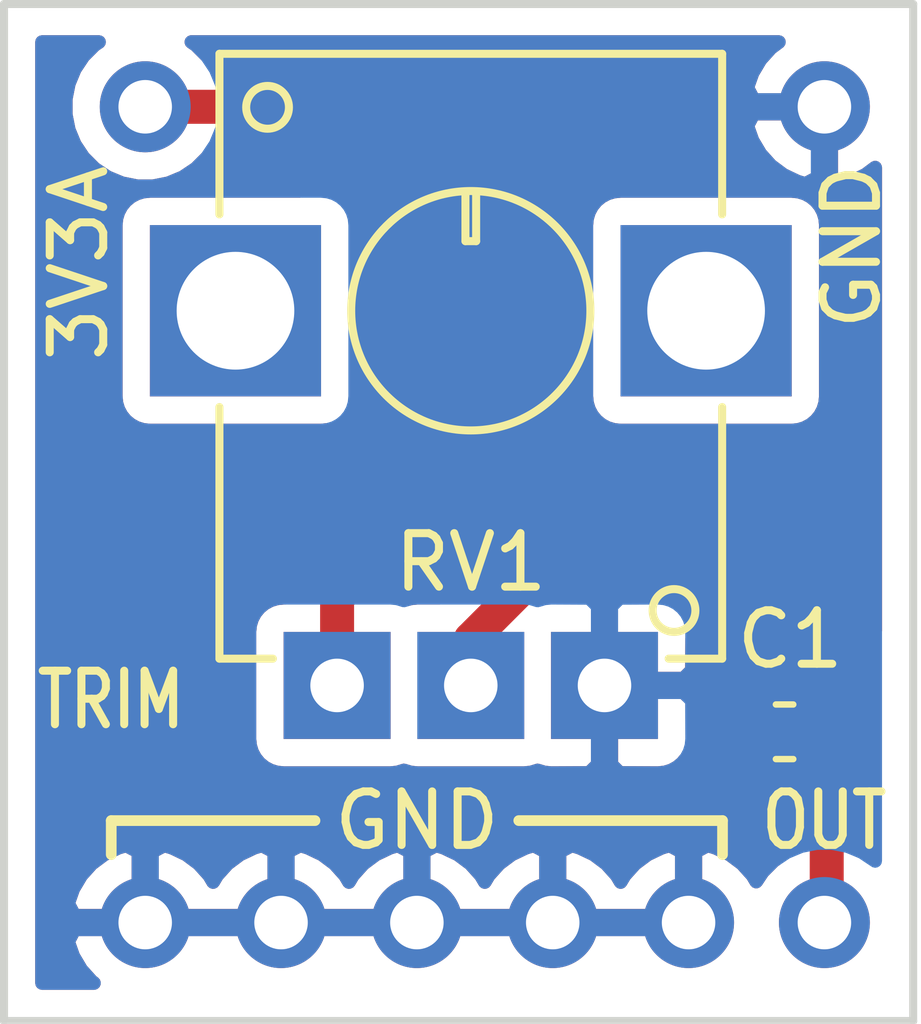
<source format=kicad_pcb>
(kicad_pcb (version 20171130) (host pcbnew "(5.1.9-0-10_14)")

  (general
    (thickness 1.6)
    (drawings 13)
    (tracks 12)
    (zones 0)
    (modules 5)
    (nets 4)
  )

  (page A4)
  (layers
    (0 F.Cu signal)
    (31 B.Cu signal)
    (32 B.Adhes user)
    (33 F.Adhes user)
    (34 B.Paste user)
    (35 F.Paste user)
    (36 B.SilkS user)
    (37 F.SilkS user)
    (38 B.Mask user)
    (39 F.Mask user)
    (40 Dwgs.User user)
    (41 Cmts.User user)
    (42 Eco1.User user)
    (43 Eco2.User user)
    (44 Edge.Cuts user)
    (45 Margin user)
    (46 B.CrtYd user hide)
    (47 F.CrtYd user hide)
    (48 B.Fab user hide)
    (49 F.Fab user hide)
  )

  (setup
    (last_trace_width 0.1524)
    (user_trace_width 0.1524)
    (user_trace_width 0.254)
    (user_trace_width 0.4064)
    (user_trace_width 0.635)
    (trace_clearance 0.1524)
    (zone_clearance 0.508)
    (zone_45_only no)
    (trace_min 0.1524)
    (via_size 0.6858)
    (via_drill 0.3048)
    (via_min_size 0.6858)
    (via_min_drill 0.3048)
    (uvia_size 0.3048)
    (uvia_drill 0.1524)
    (uvias_allowed no)
    (uvia_min_size 0.2)
    (uvia_min_drill 0.1)
    (edge_width 0.15)
    (segment_width 0.2)
    (pcb_text_width 0.3)
    (pcb_text_size 1.5 1.5)
    (mod_edge_width 0.15)
    (mod_text_size 1 1)
    (mod_text_width 0.15)
    (pad_size 1.7 1.7)
    (pad_drill 1)
    (pad_to_mask_clearance 0.2)
    (aux_axis_origin 0 0)
    (visible_elements FFFFFF7F)
    (pcbplotparams
      (layerselection 0x010fc_ffffffff)
      (usegerberextensions false)
      (usegerberattributes false)
      (usegerberadvancedattributes false)
      (creategerberjobfile false)
      (excludeedgelayer true)
      (linewidth 0.100000)
      (plotframeref false)
      (viasonmask false)
      (mode 1)
      (useauxorigin false)
      (hpglpennumber 1)
      (hpglpenspeed 20)
      (hpglpendiameter 15.000000)
      (psnegative false)
      (psa4output false)
      (plotreference true)
      (plotvalue true)
      (plotinvisibletext false)
      (padsonsilk false)
      (subtractmaskfromsilk false)
      (outputformat 1)
      (mirror false)
      (drillshape 1)
      (scaleselection 1)
      (outputdirectory ""))
  )

  (net 0 "")
  (net 1 GND)
  (net 2 +3V3)
  (net 3 OUT)

  (net_class Default "This is the default net class."
    (clearance 0.1524)
    (trace_width 0.1524)
    (via_dia 0.6858)
    (via_drill 0.3048)
    (uvia_dia 0.3048)
    (uvia_drill 0.1524)
    (diff_pair_width 0.1524)
    (diff_pair_gap 0.1524)
    (add_net +3V3)
    (add_net GND)
    (add_net OUT)
  )

  (module Connector_PinHeader_2.54mm:PinHeader_1x06_P2.54mm_Vertical (layer B.Cu) (tedit 5FCAEA6B) (tstamp 5FCAF48F)
    (at 116.34 73.16 90)
    (descr "Through hole straight pin header, 1x06, 2.54mm pitch, single row")
    (tags "Through hole pin header THT 1x06 2.54mm single row")
    (path /5FC933AD)
    (fp_text reference J1 (at 0 2.33 90) (layer B.SilkS) hide
      (effects (font (size 1 1) (thickness 0.15)) (justify mirror))
    )
    (fp_text value OUT (at 0 -15.03 90) (layer B.Fab)
      (effects (font (size 1 1) (thickness 0.15)) (justify mirror))
    )
    (fp_line (start 1.8 1.8) (end -1.8 1.8) (layer B.CrtYd) (width 0.05))
    (fp_line (start 1.8 -14.5) (end 1.8 1.8) (layer B.CrtYd) (width 0.05))
    (fp_line (start -1.8 -14.5) (end 1.8 -14.5) (layer B.CrtYd) (width 0.05))
    (fp_line (start -1.8 1.8) (end -1.8 -14.5) (layer B.CrtYd) (width 0.05))
    (fp_line (start -1.27 0.635) (end -0.635 1.27) (layer B.Fab) (width 0.1))
    (fp_line (start -1.27 -13.97) (end -1.27 0.635) (layer B.Fab) (width 0.1))
    (fp_line (start 1.27 -13.97) (end -1.27 -13.97) (layer B.Fab) (width 0.1))
    (fp_line (start 1.27 1.27) (end 1.27 -13.97) (layer B.Fab) (width 0.1))
    (fp_line (start -0.635 1.27) (end 1.27 1.27) (layer B.Fab) (width 0.1))
    (fp_text user %R (at 0 -6.35) (layer B.Fab)
      (effects (font (size 1 1) (thickness 0.15)) (justify mirror))
    )
    (pad 1 thru_hole oval (at 0 0 90) (size 1.7 1.7) (drill 1) (layers *.Cu *.Mask)
      (net 3 OUT))
    (pad 2 thru_hole oval (at 0 -2.54 90) (size 1.7 1.7) (drill 1) (layers *.Cu *.Mask)
      (net 1 GND))
    (pad 3 thru_hole oval (at 0 -5.08 90) (size 1.7 1.7) (drill 1) (layers *.Cu *.Mask)
      (net 1 GND))
    (pad 4 thru_hole oval (at 0 -7.62 90) (size 1.7 1.7) (drill 1) (layers *.Cu *.Mask)
      (net 1 GND))
    (pad 5 thru_hole oval (at 0 -10.16 90) (size 1.7 1.7) (drill 1) (layers *.Cu *.Mask)
      (net 1 GND))
    (pad 6 thru_hole oval (at 0 -12.7 90) (size 1.7 1.7) (drill 1) (layers *.Cu *.Mask)
      (net 1 GND))
    (model ${KISYS3DMOD}/Connector_PinHeader_2.54mm.3dshapes/PinHeader_1x06_P2.54mm_Vertical.wrl
      (at (xyz 0 0 0))
      (scale (xyz 1 1 1))
      (rotate (xyz 0 0 0))
    )
  )

  (module Connector_PinHeader_2.54mm:PinHeader_1x01_P2.54mm_Vertical (layer B.Cu) (tedit 5FCAE95B) (tstamp 5FCAF4A8)
    (at 116.34 57.92 90)
    (descr "Through hole straight pin header, 1x01, 2.54mm pitch, single row")
    (tags "Through hole pin header THT 1x01 2.54mm single row")
    (path /5FCA991E)
    (fp_text reference J2 (at 0 2.33 90) (layer B.SilkS) hide
      (effects (font (size 1 1) (thickness 0.15)) (justify mirror))
    )
    (fp_text value GND (at 0 -2.33 90) (layer B.Fab)
      (effects (font (size 1 1) (thickness 0.15)) (justify mirror))
    )
    (fp_line (start 1.8 1.8) (end -1.8 1.8) (layer B.CrtYd) (width 0.05))
    (fp_line (start 1.8 -1.8) (end 1.8 1.8) (layer B.CrtYd) (width 0.05))
    (fp_line (start -1.8 -1.8) (end 1.8 -1.8) (layer B.CrtYd) (width 0.05))
    (fp_line (start -1.8 1.8) (end -1.8 -1.8) (layer B.CrtYd) (width 0.05))
    (fp_line (start -1.27 0.635) (end -0.635 1.27) (layer B.Fab) (width 0.1))
    (fp_line (start -1.27 -1.27) (end -1.27 0.635) (layer B.Fab) (width 0.1))
    (fp_line (start 1.27 -1.27) (end -1.27 -1.27) (layer B.Fab) (width 0.1))
    (fp_line (start 1.27 1.27) (end 1.27 -1.27) (layer B.Fab) (width 0.1))
    (fp_line (start -0.635 1.27) (end 1.27 1.27) (layer B.Fab) (width 0.1))
    (fp_text user %R (at 0 0) (layer B.Fab)
      (effects (font (size 1 1) (thickness 0.15)) (justify mirror))
    )
    (pad 1 thru_hole oval (at 0 0 90) (size 1.7 1.7) (drill 1) (layers *.Cu *.Mask)
      (net 1 GND))
    (model ${KISYS3DMOD}/Connector_PinHeader_2.54mm.3dshapes/PinHeader_1x01_P2.54mm_Vertical.wrl
      (at (xyz 0 0 0))
      (scale (xyz 1 1 1))
      (rotate (xyz 0 0 0))
    )
  )

  (module Connector_PinHeader_2.54mm:PinHeader_1x01_P2.54mm_Vertical (layer B.Cu) (tedit 5FCAE91A) (tstamp 5FCAF4BC)
    (at 103.64 57.92 270)
    (descr "Through hole straight pin header, 1x01, 2.54mm pitch, single row")
    (tags "Through hole pin header THT 1x01 2.54mm single row")
    (path /5FCAF399)
    (fp_text reference J3 (at 0 2.33 270) (layer B.SilkS) hide
      (effects (font (size 1 1) (thickness 0.15)) (justify mirror))
    )
    (fp_text value 3V3 (at 0 -2.33 270) (layer B.Fab)
      (effects (font (size 1 1) (thickness 0.15)) (justify mirror))
    )
    (fp_line (start -0.635 1.27) (end 1.27 1.27) (layer B.Fab) (width 0.1))
    (fp_line (start 1.27 1.27) (end 1.27 -1.27) (layer B.Fab) (width 0.1))
    (fp_line (start -1.27 -1.27) (end -1.27 0.635) (layer B.Fab) (width 0.1))
    (fp_line (start -1.27 0.635) (end -0.635 1.27) (layer B.Fab) (width 0.1))
    (fp_line (start -1.8 1.8) (end -1.8 -1.8) (layer B.CrtYd) (width 0.05))
    (fp_line (start -1.8 -1.8) (end 1.8 -1.8) (layer B.CrtYd) (width 0.05))
    (fp_line (start 1.8 -1.8) (end 1.8 1.8) (layer B.CrtYd) (width 0.05))
    (fp_line (start 1.8 1.8) (end -1.8 1.8) (layer B.CrtYd) (width 0.05))
    (fp_text user %R (at 0 0 180) (layer B.Fab)
      (effects (font (size 1 1) (thickness 0.15)) (justify mirror))
    )
    (pad 1 thru_hole oval (at 0 0 270) (size 1.7 1.7) (drill 1) (layers *.Cu *.Mask)
      (net 2 +3V3))
    (model ${KISYS3DMOD}/Connector_PinHeader_2.54mm.3dshapes/PinHeader_1x01_P2.54mm_Vertical.wrl
      (at (xyz 0 0 0))
      (scale (xyz 1 1 1))
      (rotate (xyz 0 0 0))
    )
  )

  (module Capacitor_SMD:C_0603_1608Metric (layer F.Cu) (tedit 5B301BBE) (tstamp 5FCB0D8A)
    (at 115.5955 69.596)
    (descr "Capacitor SMD 0603 (1608 Metric), square (rectangular) end terminal, IPC_7351 nominal, (Body size source: http://www.tortai-tech.com/upload/download/2011102023233369053.pdf), generated with kicad-footprint-generator")
    (tags capacitor)
    (path /5FCAEBB0)
    (attr smd)
    (fp_text reference C1 (at 0.1045 -1.726 180) (layer F.SilkS)
      (effects (font (size 1 1) (thickness 0.15)))
    )
    (fp_text value 100n (at 0 1.43) (layer F.Fab)
      (effects (font (size 1 1) (thickness 0.15)))
    )
    (fp_line (start 1.48 0.73) (end -1.48 0.73) (layer F.CrtYd) (width 0.05))
    (fp_line (start 1.48 -0.73) (end 1.48 0.73) (layer F.CrtYd) (width 0.05))
    (fp_line (start -1.48 -0.73) (end 1.48 -0.73) (layer F.CrtYd) (width 0.05))
    (fp_line (start -1.48 0.73) (end -1.48 -0.73) (layer F.CrtYd) (width 0.05))
    (fp_line (start -0.162779 0.51) (end 0.162779 0.51) (layer F.SilkS) (width 0.12))
    (fp_line (start -0.162779 -0.51) (end 0.162779 -0.51) (layer F.SilkS) (width 0.12))
    (fp_line (start 0.8 0.4) (end -0.8 0.4) (layer F.Fab) (width 0.1))
    (fp_line (start 0.8 -0.4) (end 0.8 0.4) (layer F.Fab) (width 0.1))
    (fp_line (start -0.8 -0.4) (end 0.8 -0.4) (layer F.Fab) (width 0.1))
    (fp_line (start -0.8 0.4) (end -0.8 -0.4) (layer F.Fab) (width 0.1))
    (fp_text user %R (at 0 0) (layer F.Fab)
      (effects (font (size 0.4 0.4) (thickness 0.06)))
    )
    (pad 1 smd roundrect (at -0.7875 0) (size 0.875 0.95) (layers F.Cu F.Paste F.Mask) (roundrect_rratio 0.25)
      (net 1 GND))
    (pad 2 smd roundrect (at 0.7875 0) (size 0.875 0.95) (layers F.Cu F.Paste F.Mask) (roundrect_rratio 0.25)
      (net 3 OUT))
    (model ${KISYS3DMOD}/Capacitor_SMD.3dshapes/C_0603_1608Metric.wrl
      (at (xyz 0 0 0))
      (scale (xyz 1 1 1))
      (rotate (xyz 0 0 0))
    )
  )

  (module Potentiometer_Thonk:SongHueiTallTrim9 (layer F.Cu) (tedit 5AD9FFF9) (tstamp 5FD2AB2A)
    (at 109.728 61.73)
    (path /5FCAE65B)
    (fp_text reference RV1 (at 0 4.7) (layer F.SilkS)
      (effects (font (size 1 1) (thickness 0.15)))
    )
    (fp_text value 100k (at 0 10.1) (layer F.Fab)
      (effects (font (size 1 1) (thickness 0.15)))
    )
    (fp_line (start -4.7 -4.8) (end 4.7 -4.8) (layer F.SilkS) (width 0.15))
    (fp_line (start 4.7 -4.8) (end 4.7 -1.8) (layer F.SilkS) (width 0.15))
    (fp_line (start -4.7 -4.8) (end -4.7 -1.8) (layer F.SilkS) (width 0.15))
    (fp_line (start -4.7 6.5) (end -3.7 6.5) (layer F.SilkS) (width 0.15))
    (fp_line (start -4.7 1.8) (end -4.7 6.5) (layer F.SilkS) (width 0.15))
    (fp_line (start 4.7 1.8) (end 4.7 6.5) (layer F.SilkS) (width 0.15))
    (fp_line (start 3.7 6.5) (end 4.7 6.5) (layer F.SilkS) (width 0.15))
    (fp_circle (center -3.8 -3.8) (end -4.2 -3.8) (layer F.SilkS) (width 0.15))
    (fp_circle (center 3.8 5.6) (end 4.2 5.6) (layer F.SilkS) (width 0.15))
    (fp_circle (center 0 0) (end 2.2 0.4) (layer F.SilkS) (width 0.15))
    (fp_line (start 0.1 -1.3) (end 0.1 -2.2) (layer F.SilkS) (width 0.15))
    (fp_line (start -0.1 -1.3) (end 0.1 -1.3) (layer F.SilkS) (width 0.15))
    (fp_line (start -0.1 -2.2) (end -0.1 -1.3) (layer F.SilkS) (width 0.15))
    (pad "" thru_hole rect (at 4.4 0) (size 3.2 3.2) (drill 2.2) (layers *.Cu *.Mask))
    (pad 3 thru_hole rect (at 2.5 7) (size 2 2) (drill 1) (layers *.Cu *.Mask)
      (net 1 GND))
    (pad 2 thru_hole rect (at 0 7) (size 2 2) (drill 1) (layers *.Cu *.Mask)
      (net 3 OUT))
    (pad 1 thru_hole rect (at -2.5 7) (size 2 2) (drill 1) (layers *.Cu *.Mask)
      (net 2 +3V3))
    (pad "" thru_hole rect (at -4.4 0) (size 3.2 3.2) (drill 2.2) (layers *.Cu *.Mask))
  )

  (gr_text GND (at 116.85 60.53 90) (layer F.SilkS) (tstamp 5FCAF8E4)
    (effects (font (size 1 1) (thickness 0.15)))
  )
  (gr_text TRIM (at 103 69) (layer F.SilkS) (tstamp 5FC9695F)
    (effects (font (size 1 0.8) (thickness 0.15)))
  )
  (gr_line (start 101 56) (end 101 75) (layer Edge.Cuts) (width 0.15))
  (gr_line (start 118 56) (end 101 56) (layer Edge.Cuts) (width 0.15))
  (gr_line (start 118 75) (end 118 56) (layer Edge.Cuts) (width 0.15))
  (gr_line (start 101 75) (end 118 75) (layer Edge.Cuts) (width 0.15))
  (gr_text OUT (at 116.34 71.255) (layer F.SilkS) (tstamp 5FCA3192)
    (effects (font (size 1 0.8) (thickness 0.15)))
  )
  (gr_line (start 114.435 71.255) (end 114.435 71.89) (layer F.SilkS) (width 0.2))
  (gr_line (start 110.625 71.255) (end 114.435 71.255) (layer F.SilkS) (width 0.2))
  (gr_line (start 103.005 71.255) (end 106.815 71.255) (layer F.SilkS) (width 0.2))
  (gr_line (start 103.005 71.89) (end 103.005 71.255) (layer F.SilkS) (width 0.2))
  (gr_text GND (at 108.72 71.255) (layer F.SilkS) (tstamp 5FCA3176)
    (effects (font (size 1 1) (thickness 0.15)))
  )
  (gr_text 3V3A (at 102.4 60.84 90) (layer F.SilkS) (tstamp 5FCAFDD6)
    (effects (font (size 1 1) (thickness 0.15)))
  )

  (segment (start 107.228 67.095) (end 107.228 68.73) (width 0.635) (layer F.Cu) (net 2))
  (segment (start 108.01 66.313) (end 107.228 67.095) (width 0.635) (layer F.Cu) (net 2))
  (segment (start 108.01 59.62) (end 108.01 66.313) (width 0.635) (layer F.Cu) (net 2))
  (segment (start 106.31 57.92) (end 108.01 59.62) (width 0.635) (layer F.Cu) (net 2))
  (segment (start 103.64 57.92) (end 106.31 57.92) (width 0.635) (layer F.Cu) (net 2))
  (segment (start 116.383 73.117) (end 116.34 73.16) (width 0.635) (layer F.Cu) (net 3))
  (segment (start 116.383 69.596) (end 116.383 73.117) (width 0.635) (layer F.Cu) (net 3))
  (segment (start 116.383 68.003) (end 116.383 69.596) (width 0.635) (layer F.Cu) (net 3))
  (segment (start 115.28 66.9) (end 116.383 68.003) (width 0.635) (layer F.Cu) (net 3))
  (segment (start 109.728 67.862) (end 110.69 66.9) (width 0.635) (layer F.Cu) (net 3))
  (segment (start 110.69 66.9) (end 115.28 66.9) (width 0.635) (layer F.Cu) (net 3))
  (segment (start 109.728 69.23) (end 109.728 67.862) (width 0.635) (layer F.Cu) (net 3))

  (zone (net 1) (net_name GND) (layer F.Cu) (tstamp 5FD617E5) (hatch edge 0.508)
    (connect_pads (clearance 0.508))
    (min_thickness 0.254)
    (fill yes (arc_segments 16) (thermal_gap 0.508) (thermal_bridge_width 0.508))
    (polygon
      (pts
        (xy 101 56) (xy 118 56) (xy 118 75) (xy 101 75)
      )
    )
    (filled_polygon
      (pts
        (xy 102.693368 56.766525) (xy 102.486525 56.973368) (xy 102.32401 57.216589) (xy 102.212068 57.486842) (xy 102.155 57.77374)
        (xy 102.155 58.06626) (xy 102.212068 58.353158) (xy 102.32401 58.623411) (xy 102.486525 58.866632) (xy 102.693368 59.073475)
        (xy 102.936589 59.23599) (xy 103.206842 59.347932) (xy 103.49374 59.405) (xy 103.78626 59.405) (xy 104.073158 59.347932)
        (xy 104.343411 59.23599) (xy 104.586632 59.073475) (xy 104.787607 58.8725) (xy 105.915462 58.8725) (xy 106.534889 59.491928)
        (xy 103.728 59.491928) (xy 103.603518 59.504188) (xy 103.48382 59.540498) (xy 103.373506 59.599463) (xy 103.276815 59.678815)
        (xy 103.197463 59.775506) (xy 103.138498 59.88582) (xy 103.102188 60.005518) (xy 103.089928 60.13) (xy 103.089928 63.33)
        (xy 103.102188 63.454482) (xy 103.138498 63.57418) (xy 103.197463 63.684494) (xy 103.276815 63.781185) (xy 103.373506 63.860537)
        (xy 103.48382 63.919502) (xy 103.603518 63.955812) (xy 103.728 63.968072) (xy 106.928 63.968072) (xy 107.052482 63.955812)
        (xy 107.057501 63.95429) (xy 107.057501 65.91846) (xy 106.587569 66.388393) (xy 106.551222 66.418222) (xy 106.432194 66.563259)
        (xy 106.343748 66.728732) (xy 106.308557 66.844741) (xy 106.289283 66.908278) (xy 106.271195 67.091928) (xy 106.228 67.091928)
        (xy 106.103518 67.104188) (xy 105.98382 67.140498) (xy 105.873506 67.199463) (xy 105.776815 67.278815) (xy 105.697463 67.375506)
        (xy 105.638498 67.48582) (xy 105.602188 67.605518) (xy 105.589928 67.73) (xy 105.589928 69.73) (xy 105.602188 69.854482)
        (xy 105.638498 69.97418) (xy 105.697463 70.084494) (xy 105.776815 70.181185) (xy 105.873506 70.260537) (xy 105.98382 70.319502)
        (xy 106.103518 70.355812) (xy 106.228 70.368072) (xy 108.228 70.368072) (xy 108.352482 70.355812) (xy 108.47218 70.319502)
        (xy 108.478 70.316391) (xy 108.48382 70.319502) (xy 108.603518 70.355812) (xy 108.728 70.368072) (xy 110.728 70.368072)
        (xy 110.852482 70.355812) (xy 110.97218 70.319502) (xy 110.978 70.316391) (xy 110.98382 70.319502) (xy 111.103518 70.355812)
        (xy 111.228 70.368072) (xy 111.94225 70.365) (xy 112.101 70.20625) (xy 112.101 68.857) (xy 112.355 68.857)
        (xy 112.355 70.20625) (xy 112.51375 70.365) (xy 113.228 70.368072) (xy 113.352482 70.355812) (xy 113.47218 70.319502)
        (xy 113.582494 70.260537) (xy 113.679185 70.181185) (xy 113.736412 70.111453) (xy 113.744688 70.195482) (xy 113.780998 70.31518)
        (xy 113.839963 70.425494) (xy 113.919315 70.522185) (xy 114.016006 70.601537) (xy 114.12632 70.660502) (xy 114.246018 70.696812)
        (xy 114.3705 70.709072) (xy 114.52225 70.706) (xy 114.681 70.54725) (xy 114.681 69.723) (xy 114.661 69.723)
        (xy 114.661 69.469) (xy 114.681 69.469) (xy 114.681 68.64475) (xy 114.52225 68.486) (xy 114.3705 68.482928)
        (xy 114.246018 68.495188) (xy 114.12632 68.531498) (xy 114.016006 68.590463) (xy 113.919315 68.669815) (xy 113.839963 68.766506)
        (xy 113.780998 68.87682) (xy 113.767748 68.920498) (xy 113.70425 68.857) (xy 112.355 68.857) (xy 112.101 68.857)
        (xy 112.081 68.857) (xy 112.081 68.603) (xy 112.101 68.603) (xy 112.101 68.583) (xy 112.355 68.583)
        (xy 112.355 68.603) (xy 113.70425 68.603) (xy 113.863 68.44425) (xy 113.865545 67.8525) (xy 114.885462 67.8525)
        (xy 115.4305 68.397538) (xy 115.4305 68.513546) (xy 115.369982 68.495188) (xy 115.2455 68.482928) (xy 115.09375 68.486)
        (xy 114.935 68.64475) (xy 114.935 69.469) (xy 114.955 69.469) (xy 114.955 69.723) (xy 114.935 69.723)
        (xy 114.935 70.54725) (xy 115.09375 70.706) (xy 115.2455 70.709072) (xy 115.369982 70.696812) (xy 115.4305 70.678454)
        (xy 115.430501 71.981714) (xy 115.393368 72.006525) (xy 115.186525 72.213368) (xy 115.064805 72.395534) (xy 114.995178 72.278645)
        (xy 114.800269 72.062412) (xy 114.56692 71.888359) (xy 114.304099 71.763175) (xy 114.15689 71.718524) (xy 113.927 71.839845)
        (xy 113.927 73.033) (xy 113.947 73.033) (xy 113.947 73.287) (xy 113.927 73.287) (xy 113.927 73.307)
        (xy 113.673 73.307) (xy 113.673 73.287) (xy 111.387 73.287) (xy 111.387 73.307) (xy 111.133 73.307)
        (xy 111.133 73.287) (xy 108.847 73.287) (xy 108.847 73.307) (xy 108.593 73.307) (xy 108.593 73.287)
        (xy 106.307 73.287) (xy 106.307 73.307) (xy 106.053 73.307) (xy 106.053 73.287) (xy 103.767 73.287)
        (xy 103.767 73.307) (xy 103.513 73.307) (xy 103.513 73.287) (xy 102.319186 73.287) (xy 102.198519 73.516891)
        (xy 102.295843 73.791252) (xy 102.444822 74.041355) (xy 102.639731 74.257588) (xy 102.683185 74.29) (xy 101.71 74.29)
        (xy 101.71 72.803109) (xy 102.198519 72.803109) (xy 102.319186 73.033) (xy 103.513 73.033) (xy 103.513 71.839845)
        (xy 103.767 71.839845) (xy 103.767 73.033) (xy 106.053 73.033) (xy 106.053 71.839845) (xy 106.307 71.839845)
        (xy 106.307 73.033) (xy 108.593 73.033) (xy 108.593 71.839845) (xy 108.847 71.839845) (xy 108.847 73.033)
        (xy 111.133 73.033) (xy 111.133 71.839845) (xy 111.387 71.839845) (xy 111.387 73.033) (xy 113.673 73.033)
        (xy 113.673 71.839845) (xy 113.44311 71.718524) (xy 113.295901 71.763175) (xy 113.03308 71.888359) (xy 112.799731 72.062412)
        (xy 112.604822 72.278645) (xy 112.53 72.404255) (xy 112.455178 72.278645) (xy 112.260269 72.062412) (xy 112.02692 71.888359)
        (xy 111.764099 71.763175) (xy 111.61689 71.718524) (xy 111.387 71.839845) (xy 111.133 71.839845) (xy 110.90311 71.718524)
        (xy 110.755901 71.763175) (xy 110.49308 71.888359) (xy 110.259731 72.062412) (xy 110.064822 72.278645) (xy 109.99 72.404255)
        (xy 109.915178 72.278645) (xy 109.720269 72.062412) (xy 109.48692 71.888359) (xy 109.224099 71.763175) (xy 109.07689 71.718524)
        (xy 108.847 71.839845) (xy 108.593 71.839845) (xy 108.36311 71.718524) (xy 108.215901 71.763175) (xy 107.95308 71.888359)
        (xy 107.719731 72.062412) (xy 107.524822 72.278645) (xy 107.45 72.404255) (xy 107.375178 72.278645) (xy 107.180269 72.062412)
        (xy 106.94692 71.888359) (xy 106.684099 71.763175) (xy 106.53689 71.718524) (xy 106.307 71.839845) (xy 106.053 71.839845)
        (xy 105.82311 71.718524) (xy 105.675901 71.763175) (xy 105.41308 71.888359) (xy 105.179731 72.062412) (xy 104.984822 72.278645)
        (xy 104.91 72.404255) (xy 104.835178 72.278645) (xy 104.640269 72.062412) (xy 104.40692 71.888359) (xy 104.144099 71.763175)
        (xy 103.99689 71.718524) (xy 103.767 71.839845) (xy 103.513 71.839845) (xy 103.28311 71.718524) (xy 103.135901 71.763175)
        (xy 102.87308 71.888359) (xy 102.639731 72.062412) (xy 102.444822 72.278645) (xy 102.295843 72.528748) (xy 102.198519 72.803109)
        (xy 101.71 72.803109) (xy 101.71 56.71) (xy 102.777964 56.71)
      )
    )
    (filled_polygon
      (pts
        (xy 115.339731 56.822412) (xy 115.144822 57.038645) (xy 114.995843 57.288748) (xy 114.898519 57.563109) (xy 115.019186 57.793)
        (xy 116.213 57.793) (xy 116.213 57.773) (xy 116.467 57.773) (xy 116.467 57.793) (xy 116.487 57.793)
        (xy 116.487 58.047) (xy 116.467 58.047) (xy 116.467 59.240155) (xy 116.69689 59.361476) (xy 116.844099 59.316825)
        (xy 117.10692 59.191641) (xy 117.290001 59.055083) (xy 117.29 67.711722) (xy 117.267252 67.636731) (xy 117.250568 67.605518)
        (xy 117.178806 67.471259) (xy 117.059778 67.326222) (xy 117.023431 67.296393) (xy 115.986607 66.259569) (xy 115.956778 66.223222)
        (xy 115.811741 66.104194) (xy 115.646269 66.015748) (xy 115.466723 65.961283) (xy 115.326785 65.9475) (xy 115.28 65.942892)
        (xy 115.233215 65.9475) (xy 110.736784 65.9475) (xy 110.689999 65.942892) (xy 110.503277 65.961283) (xy 110.323731 66.015748)
        (xy 110.158259 66.104194) (xy 110.013222 66.223222) (xy 109.983393 66.259569) (xy 109.151034 67.091928) (xy 108.728 67.091928)
        (xy 108.603518 67.104188) (xy 108.549449 67.12059) (xy 108.650436 67.019603) (xy 108.686778 66.989778) (xy 108.805806 66.844741)
        (xy 108.894252 66.679269) (xy 108.948717 66.499723) (xy 108.9625 66.359785) (xy 108.967108 66.313001) (xy 108.9625 66.266216)
        (xy 108.9625 60.13) (xy 111.889928 60.13) (xy 111.889928 63.33) (xy 111.902188 63.454482) (xy 111.938498 63.57418)
        (xy 111.997463 63.684494) (xy 112.076815 63.781185) (xy 112.173506 63.860537) (xy 112.28382 63.919502) (xy 112.403518 63.955812)
        (xy 112.528 63.968072) (xy 115.728 63.968072) (xy 115.852482 63.955812) (xy 115.97218 63.919502) (xy 116.082494 63.860537)
        (xy 116.179185 63.781185) (xy 116.258537 63.684494) (xy 116.317502 63.57418) (xy 116.353812 63.454482) (xy 116.366072 63.33)
        (xy 116.366072 60.13) (xy 116.353812 60.005518) (xy 116.317502 59.88582) (xy 116.258537 59.775506) (xy 116.179185 59.678815)
        (xy 116.082494 59.599463) (xy 115.97218 59.540498) (xy 115.852482 59.504188) (xy 115.728 59.491928) (xy 112.528 59.491928)
        (xy 112.403518 59.504188) (xy 112.28382 59.540498) (xy 112.173506 59.599463) (xy 112.076815 59.678815) (xy 111.997463 59.775506)
        (xy 111.938498 59.88582) (xy 111.902188 60.005518) (xy 111.889928 60.13) (xy 108.9625 60.13) (xy 108.9625 59.666784)
        (xy 108.967108 59.619999) (xy 108.948717 59.433277) (xy 108.926936 59.361476) (xy 108.894252 59.253731) (xy 108.805806 59.088259)
        (xy 108.686778 58.943222) (xy 108.650436 58.913397) (xy 108.01393 58.276891) (xy 114.898519 58.276891) (xy 114.995843 58.551252)
        (xy 115.144822 58.801355) (xy 115.339731 59.017588) (xy 115.57308 59.191641) (xy 115.835901 59.316825) (xy 115.98311 59.361476)
        (xy 116.213 59.240155) (xy 116.213 58.047) (xy 115.019186 58.047) (xy 114.898519 58.276891) (xy 108.01393 58.276891)
        (xy 107.016607 57.279569) (xy 106.986778 57.243222) (xy 106.841741 57.124194) (xy 106.676269 57.035748) (xy 106.496723 56.981283)
        (xy 106.356785 56.9675) (xy 106.31 56.962892) (xy 106.263215 56.9675) (xy 104.787607 56.9675) (xy 104.586632 56.766525)
        (xy 104.502036 56.71) (xy 115.490439 56.71)
      )
    )
  )
  (zone (net 1) (net_name GND) (layer B.Cu) (tstamp 5FD617E2) (hatch edge 0.508)
    (connect_pads (clearance 0.508))
    (min_thickness 0.254)
    (fill yes (arc_segments 16) (thermal_gap 0.508) (thermal_bridge_width 0.508))
    (polygon
      (pts
        (xy 101 56) (xy 118 56) (xy 118 75) (xy 101 75)
      )
    )
    (filled_polygon
      (pts
        (xy 102.693368 56.766525) (xy 102.486525 56.973368) (xy 102.32401 57.216589) (xy 102.212068 57.486842) (xy 102.155 57.77374)
        (xy 102.155 58.06626) (xy 102.212068 58.353158) (xy 102.32401 58.623411) (xy 102.486525 58.866632) (xy 102.693368 59.073475)
        (xy 102.936589 59.23599) (xy 103.206842 59.347932) (xy 103.49374 59.405) (xy 103.78626 59.405) (xy 104.073158 59.347932)
        (xy 104.343411 59.23599) (xy 104.586632 59.073475) (xy 104.793475 58.866632) (xy 104.95599 58.623411) (xy 105.067932 58.353158)
        (xy 105.083102 58.276891) (xy 114.898519 58.276891) (xy 114.995843 58.551252) (xy 115.144822 58.801355) (xy 115.339731 59.017588)
        (xy 115.57308 59.191641) (xy 115.835901 59.316825) (xy 115.98311 59.361476) (xy 116.213 59.240155) (xy 116.213 58.047)
        (xy 115.019186 58.047) (xy 114.898519 58.276891) (xy 105.083102 58.276891) (xy 105.125 58.06626) (xy 105.125 57.77374)
        (xy 105.067932 57.486842) (xy 104.95599 57.216589) (xy 104.793475 56.973368) (xy 104.586632 56.766525) (xy 104.502036 56.71)
        (xy 115.490439 56.71) (xy 115.339731 56.822412) (xy 115.144822 57.038645) (xy 114.995843 57.288748) (xy 114.898519 57.563109)
        (xy 115.019186 57.793) (xy 116.213 57.793) (xy 116.213 57.773) (xy 116.467 57.773) (xy 116.467 57.793)
        (xy 116.487 57.793) (xy 116.487 58.047) (xy 116.467 58.047) (xy 116.467 59.240155) (xy 116.69689 59.361476)
        (xy 116.844099 59.316825) (xy 117.10692 59.191641) (xy 117.290001 59.055083) (xy 117.29 72.009893) (xy 117.286632 72.006525)
        (xy 117.043411 71.84401) (xy 116.773158 71.732068) (xy 116.48626 71.675) (xy 116.19374 71.675) (xy 115.906842 71.732068)
        (xy 115.636589 71.84401) (xy 115.393368 72.006525) (xy 115.186525 72.213368) (xy 115.064805 72.395534) (xy 114.995178 72.278645)
        (xy 114.800269 72.062412) (xy 114.56692 71.888359) (xy 114.304099 71.763175) (xy 114.15689 71.718524) (xy 113.927 71.839845)
        (xy 113.927 73.033) (xy 113.947 73.033) (xy 113.947 73.287) (xy 113.927 73.287) (xy 113.927 73.307)
        (xy 113.673 73.307) (xy 113.673 73.287) (xy 111.387 73.287) (xy 111.387 73.307) (xy 111.133 73.307)
        (xy 111.133 73.287) (xy 108.847 73.287) (xy 108.847 73.307) (xy 108.593 73.307) (xy 108.593 73.287)
        (xy 106.307 73.287) (xy 106.307 73.307) (xy 106.053 73.307) (xy 106.053 73.287) (xy 103.767 73.287)
        (xy 103.767 73.307) (xy 103.513 73.307) (xy 103.513 73.287) (xy 102.319186 73.287) (xy 102.198519 73.516891)
        (xy 102.295843 73.791252) (xy 102.444822 74.041355) (xy 102.639731 74.257588) (xy 102.683185 74.29) (xy 101.71 74.29)
        (xy 101.71 72.803109) (xy 102.198519 72.803109) (xy 102.319186 73.033) (xy 103.513 73.033) (xy 103.513 71.839845)
        (xy 103.767 71.839845) (xy 103.767 73.033) (xy 106.053 73.033) (xy 106.053 71.839845) (xy 106.307 71.839845)
        (xy 106.307 73.033) (xy 108.593 73.033) (xy 108.593 71.839845) (xy 108.847 71.839845) (xy 108.847 73.033)
        (xy 111.133 73.033) (xy 111.133 71.839845) (xy 111.387 71.839845) (xy 111.387 73.033) (xy 113.673 73.033)
        (xy 113.673 71.839845) (xy 113.44311 71.718524) (xy 113.295901 71.763175) (xy 113.03308 71.888359) (xy 112.799731 72.062412)
        (xy 112.604822 72.278645) (xy 112.53 72.404255) (xy 112.455178 72.278645) (xy 112.260269 72.062412) (xy 112.02692 71.888359)
        (xy 111.764099 71.763175) (xy 111.61689 71.718524) (xy 111.387 71.839845) (xy 111.133 71.839845) (xy 110.90311 71.718524)
        (xy 110.755901 71.763175) (xy 110.49308 71.888359) (xy 110.259731 72.062412) (xy 110.064822 72.278645) (xy 109.99 72.404255)
        (xy 109.915178 72.278645) (xy 109.720269 72.062412) (xy 109.48692 71.888359) (xy 109.224099 71.763175) (xy 109.07689 71.718524)
        (xy 108.847 71.839845) (xy 108.593 71.839845) (xy 108.36311 71.718524) (xy 108.215901 71.763175) (xy 107.95308 71.888359)
        (xy 107.719731 72.062412) (xy 107.524822 72.278645) (xy 107.45 72.404255) (xy 107.375178 72.278645) (xy 107.180269 72.062412)
        (xy 106.94692 71.888359) (xy 106.684099 71.763175) (xy 106.53689 71.718524) (xy 106.307 71.839845) (xy 106.053 71.839845)
        (xy 105.82311 71.718524) (xy 105.675901 71.763175) (xy 105.41308 71.888359) (xy 105.179731 72.062412) (xy 104.984822 72.278645)
        (xy 104.91 72.404255) (xy 104.835178 72.278645) (xy 104.640269 72.062412) (xy 104.40692 71.888359) (xy 104.144099 71.763175)
        (xy 103.99689 71.718524) (xy 103.767 71.839845) (xy 103.513 71.839845) (xy 103.28311 71.718524) (xy 103.135901 71.763175)
        (xy 102.87308 71.888359) (xy 102.639731 72.062412) (xy 102.444822 72.278645) (xy 102.295843 72.528748) (xy 102.198519 72.803109)
        (xy 101.71 72.803109) (xy 101.71 67.73) (xy 105.589928 67.73) (xy 105.589928 69.73) (xy 105.602188 69.854482)
        (xy 105.638498 69.97418) (xy 105.697463 70.084494) (xy 105.776815 70.181185) (xy 105.873506 70.260537) (xy 105.98382 70.319502)
        (xy 106.103518 70.355812) (xy 106.228 70.368072) (xy 108.228 70.368072) (xy 108.352482 70.355812) (xy 108.47218 70.319502)
        (xy 108.478 70.316391) (xy 108.48382 70.319502) (xy 108.603518 70.355812) (xy 108.728 70.368072) (xy 110.728 70.368072)
        (xy 110.852482 70.355812) (xy 110.97218 70.319502) (xy 110.978 70.316391) (xy 110.98382 70.319502) (xy 111.103518 70.355812)
        (xy 111.228 70.368072) (xy 111.94225 70.365) (xy 112.101 70.20625) (xy 112.101 68.857) (xy 112.355 68.857)
        (xy 112.355 70.20625) (xy 112.51375 70.365) (xy 113.228 70.368072) (xy 113.352482 70.355812) (xy 113.47218 70.319502)
        (xy 113.582494 70.260537) (xy 113.679185 70.181185) (xy 113.758537 70.084494) (xy 113.817502 69.97418) (xy 113.853812 69.854482)
        (xy 113.866072 69.73) (xy 113.863 69.01575) (xy 113.70425 68.857) (xy 112.355 68.857) (xy 112.101 68.857)
        (xy 112.081 68.857) (xy 112.081 68.603) (xy 112.101 68.603) (xy 112.101 67.25375) (xy 112.355 67.25375)
        (xy 112.355 68.603) (xy 113.70425 68.603) (xy 113.863 68.44425) (xy 113.866072 67.73) (xy 113.853812 67.605518)
        (xy 113.817502 67.48582) (xy 113.758537 67.375506) (xy 113.679185 67.278815) (xy 113.582494 67.199463) (xy 113.47218 67.140498)
        (xy 113.352482 67.104188) (xy 113.228 67.091928) (xy 112.51375 67.095) (xy 112.355 67.25375) (xy 112.101 67.25375)
        (xy 111.94225 67.095) (xy 111.228 67.091928) (xy 111.103518 67.104188) (xy 110.98382 67.140498) (xy 110.978 67.143609)
        (xy 110.97218 67.140498) (xy 110.852482 67.104188) (xy 110.728 67.091928) (xy 108.728 67.091928) (xy 108.603518 67.104188)
        (xy 108.48382 67.140498) (xy 108.478 67.143609) (xy 108.47218 67.140498) (xy 108.352482 67.104188) (xy 108.228 67.091928)
        (xy 106.228 67.091928) (xy 106.103518 67.104188) (xy 105.98382 67.140498) (xy 105.873506 67.199463) (xy 105.776815 67.278815)
        (xy 105.697463 67.375506) (xy 105.638498 67.48582) (xy 105.602188 67.605518) (xy 105.589928 67.73) (xy 101.71 67.73)
        (xy 101.71 60.13) (xy 103.089928 60.13) (xy 103.089928 63.33) (xy 103.102188 63.454482) (xy 103.138498 63.57418)
        (xy 103.197463 63.684494) (xy 103.276815 63.781185) (xy 103.373506 63.860537) (xy 103.48382 63.919502) (xy 103.603518 63.955812)
        (xy 103.728 63.968072) (xy 106.928 63.968072) (xy 107.052482 63.955812) (xy 107.17218 63.919502) (xy 107.282494 63.860537)
        (xy 107.379185 63.781185) (xy 107.458537 63.684494) (xy 107.517502 63.57418) (xy 107.553812 63.454482) (xy 107.566072 63.33)
        (xy 107.566072 60.13) (xy 111.889928 60.13) (xy 111.889928 63.33) (xy 111.902188 63.454482) (xy 111.938498 63.57418)
        (xy 111.997463 63.684494) (xy 112.076815 63.781185) (xy 112.173506 63.860537) (xy 112.28382 63.919502) (xy 112.403518 63.955812)
        (xy 112.528 63.968072) (xy 115.728 63.968072) (xy 115.852482 63.955812) (xy 115.97218 63.919502) (xy 116.082494 63.860537)
        (xy 116.179185 63.781185) (xy 116.258537 63.684494) (xy 116.317502 63.57418) (xy 116.353812 63.454482) (xy 116.366072 63.33)
        (xy 116.366072 60.13) (xy 116.353812 60.005518) (xy 116.317502 59.88582) (xy 116.258537 59.775506) (xy 116.179185 59.678815)
        (xy 116.082494 59.599463) (xy 115.97218 59.540498) (xy 115.852482 59.504188) (xy 115.728 59.491928) (xy 112.528 59.491928)
        (xy 112.403518 59.504188) (xy 112.28382 59.540498) (xy 112.173506 59.599463) (xy 112.076815 59.678815) (xy 111.997463 59.775506)
        (xy 111.938498 59.88582) (xy 111.902188 60.005518) (xy 111.889928 60.13) (xy 107.566072 60.13) (xy 107.553812 60.005518)
        (xy 107.517502 59.88582) (xy 107.458537 59.775506) (xy 107.379185 59.678815) (xy 107.282494 59.599463) (xy 107.17218 59.540498)
        (xy 107.052482 59.504188) (xy 106.928 59.491928) (xy 103.728 59.491928) (xy 103.603518 59.504188) (xy 103.48382 59.540498)
        (xy 103.373506 59.599463) (xy 103.276815 59.678815) (xy 103.197463 59.775506) (xy 103.138498 59.88582) (xy 103.102188 60.005518)
        (xy 103.089928 60.13) (xy 101.71 60.13) (xy 101.71 56.71) (xy 102.777964 56.71)
      )
    )
  )
)

</source>
